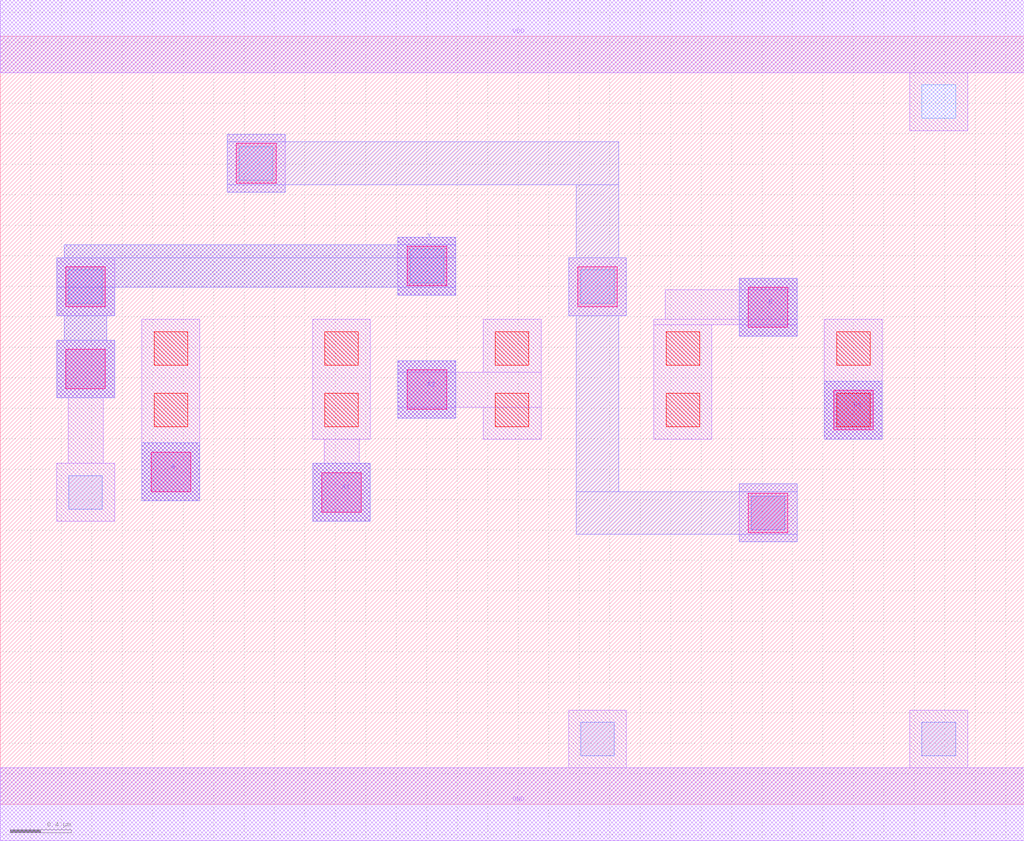
<source format=lef>
MACRO AOI32
 CLASS CORE ;
 FOREIGN AOI32 0 0 ;
 SIZE 6.72 BY 5.04 ;
 ORIGIN 0 0 ;
 SYMMETRY X Y R90 ;
 SITE unit ;
  PIN VDD
   DIRECTION INOUT ;
   USE POWER ;
   SHAPE ABUTMENT ;
    PORT
     CLASS CORE ;
       LAYER met1 ;
        RECT 0.00000000 4.80000000 6.72000000 5.28000000 ;
    END
  END VDD

  PIN GND
   DIRECTION INOUT ;
   USE POWER ;
   SHAPE ABUTMENT ;
    PORT
     CLASS CORE ;
       LAYER met1 ;
        RECT 0.00000000 -0.24000000 6.72000000 0.24000000 ;
    END
  END GND

  PIN Y
   DIRECTION INOUT ;
   USE SIGNAL ;
   SHAPE ABUTMENT ;
    PORT
     CLASS CORE ;
       LAYER met2 ;
        RECT 0.37000000 2.66700000 0.75000000 3.04700000 ;
        RECT 0.42000000 3.04700000 0.70000000 3.20700000 ;
        RECT 0.37000000 3.20700000 0.75000000 3.39200000 ;
        RECT 2.61000000 3.34200000 2.99000000 3.39200000 ;
        RECT 0.37000000 3.39200000 2.99000000 3.58700000 ;
        RECT 0.42000000 3.58700000 2.99000000 3.67200000 ;
        RECT 2.61000000 3.67200000 2.99000000 3.72200000 ;
    END
  END Y

  PIN A
   DIRECTION INOUT ;
   USE SIGNAL ;
   SHAPE ABUTMENT ;
    PORT
     CLASS CORE ;
       LAYER met2 ;
        RECT 0.93000000 1.99200000 1.31000000 2.37200000 ;
    END
  END A

  PIN A1
   DIRECTION INOUT ;
   USE SIGNAL ;
   SHAPE ABUTMENT ;
    PORT
     CLASS CORE ;
       LAYER met2 ;
        RECT 2.05000000 1.85700000 2.43000000 2.23700000 ;
    END
  END A1

  PIN B1
   DIRECTION INOUT ;
   USE SIGNAL ;
   SHAPE ABUTMENT ;
    PORT
     CLASS CORE ;
       LAYER met2 ;
        RECT 5.41000000 2.39700000 5.79000000 2.77700000 ;
    END
  END B1

  PIN B
   DIRECTION INOUT ;
   USE SIGNAL ;
   SHAPE ABUTMENT ;
    PORT
     CLASS CORE ;
       LAYER met2 ;
        RECT 4.85000000 3.07200000 5.23000000 3.45200000 ;
    END
  END B

  PIN A2
   DIRECTION INOUT ;
   USE SIGNAL ;
   SHAPE ABUTMENT ;
    PORT
     CLASS CORE ;
       LAYER met2 ;
        RECT 2.61000000 2.53200000 2.99000000 2.91200000 ;
    END
  END A2

 OBS
    LAYER polycont ;
     RECT 1.01000000 2.47700000 1.23000000 2.69700000 ;
     RECT 2.13000000 2.47700000 2.35000000 2.69700000 ;
     RECT 3.25000000 2.47700000 3.47000000 2.69700000 ;
     RECT 4.37000000 2.47700000 4.59000000 2.69700000 ;
     RECT 5.49000000 2.47700000 5.71000000 2.69700000 ;
     RECT 1.01000000 2.88200000 1.23000000 3.10200000 ;
     RECT 2.13000000 2.88200000 2.35000000 3.10200000 ;
     RECT 3.25000000 2.88200000 3.47000000 3.10200000 ;
     RECT 4.37000000 2.88200000 4.59000000 3.10200000 ;
     RECT 5.49000000 2.88200000 5.71000000 3.10200000 ;

    LAYER pdiffc ;
     RECT 0.45000000 3.28700000 0.67000000 3.50700000 ;
     RECT 3.81000000 3.28700000 4.03000000 3.50700000 ;
     RECT 2.69000000 3.42200000 2.91000000 3.64200000 ;
     RECT 1.57000000 4.09700000 1.79000000 4.31700000 ;
     RECT 6.05000000 4.50200000 6.27000000 4.72200000 ;

    LAYER ndiffc ;
     RECT 3.81000000 0.31700000 4.03000000 0.53700000 ;
     RECT 6.05000000 0.31700000 6.27000000 0.53700000 ;
     RECT 4.93000000 1.80200000 5.15000000 2.02200000 ;
     RECT 0.45000000 1.93700000 0.67000000 2.15700000 ;

    LAYER met1 ;
     RECT 0.00000000 -0.24000000 6.72000000 0.24000000 ;
     RECT 3.73000000 0.24000000 4.11000000 0.61700000 ;
     RECT 5.97000000 0.24000000 6.35000000 0.61700000 ;
     RECT 4.85000000 1.72200000 5.23000000 2.10200000 ;
     RECT 0.37000000 1.85700000 0.75000000 2.23700000 ;
     RECT 0.44500000 2.23700000 0.67500000 2.66700000 ;
     RECT 0.37000000 2.66700000 0.75000000 3.04700000 ;
     RECT 0.93000000 1.99200000 1.31000000 3.18200000 ;
     RECT 2.05000000 1.85700000 2.43000000 2.23700000 ;
     RECT 2.12500000 2.23700000 2.35500000 2.39700000 ;
     RECT 2.05000000 2.39700000 2.43000000 3.18200000 ;
     RECT 2.61000000 2.53200000 2.99000000 2.60700000 ;
     RECT 3.17000000 2.39700000 3.55000000 2.60700000 ;
     RECT 2.61000000 2.60700000 3.55000000 2.83700000 ;
     RECT 2.61000000 2.83700000 2.99000000 2.91200000 ;
     RECT 3.17000000 2.83700000 3.55000000 3.18200000 ;
     RECT 5.41000000 2.39700000 5.79000000 3.18200000 ;
     RECT 4.29000000 2.39700000 4.67000000 3.14700000 ;
     RECT 4.85000000 3.07200000 5.23000000 3.14700000 ;
     RECT 4.29000000 3.14700000 5.23000000 3.18200000 ;
     RECT 4.36500000 3.18200000 5.23000000 3.37700000 ;
     RECT 4.85000000 3.37700000 5.23000000 3.45200000 ;
     RECT 0.37000000 3.20700000 0.75000000 3.58700000 ;
     RECT 3.73000000 3.20700000 4.11000000 3.58700000 ;
     RECT 2.61000000 3.34200000 2.99000000 3.72200000 ;
     RECT 1.49000000 4.01700000 1.87000000 4.39700000 ;
     RECT 5.97000000 4.42200000 6.35000000 4.80000000 ;
     RECT 0.00000000 4.80000000 6.72000000 5.28000000 ;

    LAYER via1 ;
     RECT 4.91000000 1.78200000 5.17000000 2.04200000 ;
     RECT 2.11000000 1.91700000 2.37000000 2.17700000 ;
     RECT 0.99000000 2.05200000 1.25000000 2.31200000 ;
     RECT 5.47000000 2.45700000 5.73000000 2.71700000 ;
     RECT 2.67000000 2.59200000 2.93000000 2.85200000 ;
     RECT 0.43000000 2.72700000 0.69000000 2.98700000 ;
     RECT 4.91000000 3.13200000 5.17000000 3.39200000 ;
     RECT 0.43000000 3.26700000 0.69000000 3.52700000 ;
     RECT 3.79000000 3.26700000 4.05000000 3.52700000 ;
     RECT 2.67000000 3.40200000 2.93000000 3.66200000 ;
     RECT 1.55000000 4.07700000 1.81000000 4.33700000 ;

    LAYER met2 ;
     RECT 2.05000000 1.85700000 2.43000000 2.23700000 ;
     RECT 0.93000000 1.99200000 1.31000000 2.37200000 ;
     RECT 5.41000000 2.39700000 5.79000000 2.77700000 ;
     RECT 2.61000000 2.53200000 2.99000000 2.91200000 ;
     RECT 4.85000000 3.07200000 5.23000000 3.45200000 ;
     RECT 0.37000000 2.66700000 0.75000000 3.04700000 ;
     RECT 0.42000000 3.04700000 0.70000000 3.20700000 ;
     RECT 0.37000000 3.20700000 0.75000000 3.39200000 ;
     RECT 2.61000000 3.34200000 2.99000000 3.39200000 ;
     RECT 0.37000000 3.39200000 2.99000000 3.58700000 ;
     RECT 0.42000000 3.58700000 2.99000000 3.67200000 ;
     RECT 2.61000000 3.67200000 2.99000000 3.72200000 ;
     RECT 4.85000000 1.72200000 5.23000000 1.77200000 ;
     RECT 3.78000000 1.77200000 5.23000000 2.05200000 ;
     RECT 4.85000000 2.05200000 5.23000000 2.10200000 ;
     RECT 3.78000000 2.05200000 4.06000000 3.20700000 ;
     RECT 3.73000000 3.20700000 4.11000000 3.58700000 ;
     RECT 1.49000000 4.01700000 1.87000000 4.06700000 ;
     RECT 3.78000000 3.58700000 4.06000000 4.06700000 ;
     RECT 1.49000000 4.06700000 4.06000000 4.34700000 ;
     RECT 1.49000000 4.34700000 1.87000000 4.39700000 ;

 END
END AOI32

</source>
